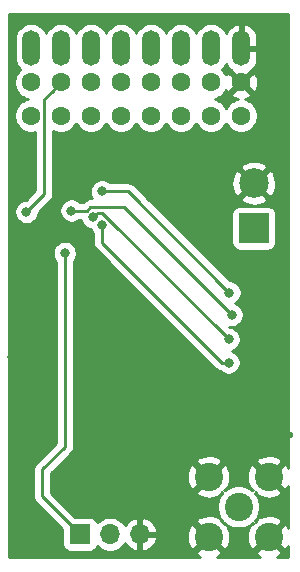
<source format=gbr>
G04 #@! TF.GenerationSoftware,KiCad,Pcbnew,(5.1.9-0-10_14)*
G04 #@! TF.CreationDate,2021-04-20T22:11:40+01:00*
G04 #@! TF.ProjectId,TinyTX4-sma,54696e79-5458-4342-9d73-6d612e6b6963,rev?*
G04 #@! TF.SameCoordinates,Original*
G04 #@! TF.FileFunction,Copper,L2,Bot*
G04 #@! TF.FilePolarity,Positive*
%FSLAX46Y46*%
G04 Gerber Fmt 4.6, Leading zero omitted, Abs format (unit mm)*
G04 Created by KiCad (PCBNEW (5.1.9-0-10_14)) date 2021-04-20 22:11:40*
%MOMM*%
%LPD*%
G01*
G04 APERTURE LIST*
G04 #@! TA.AperFunction,ComponentPad*
%ADD10C,2.400000*%
G04 #@! TD*
G04 #@! TA.AperFunction,ComponentPad*
%ADD11O,1.700000X1.700000*%
G04 #@! TD*
G04 #@! TA.AperFunction,ComponentPad*
%ADD12R,1.700000X1.700000*%
G04 #@! TD*
G04 #@! TA.AperFunction,ComponentPad*
%ADD13R,2.499360X2.499360*%
G04 #@! TD*
G04 #@! TA.AperFunction,ComponentPad*
%ADD14C,2.499360*%
G04 #@! TD*
G04 #@! TA.AperFunction,ComponentPad*
%ADD15C,1.600000*%
G04 #@! TD*
G04 #@! TA.AperFunction,ComponentPad*
%ADD16O,1.500000X3.000000*%
G04 #@! TD*
G04 #@! TA.AperFunction,ViaPad*
%ADD17C,0.800000*%
G04 #@! TD*
G04 #@! TA.AperFunction,ViaPad*
%ADD18C,0.600000*%
G04 #@! TD*
G04 #@! TA.AperFunction,Conductor*
%ADD19C,0.250000*%
G04 #@! TD*
G04 #@! TA.AperFunction,Conductor*
%ADD20C,0.254000*%
G04 #@! TD*
G04 #@! TA.AperFunction,Conductor*
%ADD21C,0.100000*%
G04 #@! TD*
G04 APERTURE END LIST*
D10*
X36545520Y-58643520D03*
X31465520Y-58643520D03*
X36545520Y-53563520D03*
X31465520Y-53563520D03*
X34005520Y-56103520D03*
D11*
X25654000Y-58420000D03*
X23114000Y-58420000D03*
D12*
X20574000Y-58420000D03*
D13*
X35285680Y-32517080D03*
D14*
X35285680Y-28707080D03*
D15*
X16440320Y-22977120D03*
X18980320Y-22977120D03*
X21520320Y-22977120D03*
X24060320Y-22977120D03*
X26600320Y-22977120D03*
X29140320Y-22977120D03*
X31680320Y-22977120D03*
X34220320Y-22977120D03*
X16440320Y-20170400D03*
X18980320Y-20170400D03*
X21520320Y-20170400D03*
X24060320Y-20170400D03*
X26600320Y-20170400D03*
X29140320Y-20170400D03*
X31680320Y-20170400D03*
X34220320Y-20170400D03*
D16*
X16443960Y-17292320D03*
X18983960Y-17292320D03*
X21523960Y-17292320D03*
X24063960Y-17292320D03*
X26603960Y-17292320D03*
X29143960Y-17292320D03*
X31683960Y-17292320D03*
X34223960Y-17292320D03*
D17*
X33157160Y-43891200D03*
X22448495Y-32231735D03*
X33157160Y-41915080D03*
X21678434Y-31593749D03*
X19847560Y-31028640D03*
X33414665Y-39843781D03*
X33223200Y-37957760D03*
X22445869Y-29394515D03*
X20680680Y-29662120D03*
X28427680Y-30246320D03*
X21569680Y-35961320D03*
X21437600Y-44836080D03*
X26370280Y-40365680D03*
X28869640Y-45430440D03*
X36413440Y-17332960D03*
X15494000Y-56388000D03*
X14859000Y-43434000D03*
X21590000Y-25400000D03*
X16383000Y-25273000D03*
X37084000Y-25400000D03*
X26797000Y-53848000D03*
X37846000Y-47498000D03*
X33210500Y-51498500D03*
X22098000Y-53848000D03*
X15494000Y-59182000D03*
X14986000Y-14986000D03*
X22860000Y-14986000D03*
D18*
X38354000Y-50038000D03*
D17*
X18288000Y-30480000D03*
X19288760Y-34630360D03*
X16047720Y-31125160D03*
D19*
X33157160Y-43891200D02*
X32591475Y-43891200D01*
X32591475Y-43891200D02*
X22448495Y-33748220D01*
X22448495Y-33748220D02*
X22448495Y-32797420D01*
X22448495Y-32797420D02*
X22448495Y-32231735D01*
X22078433Y-31193750D02*
X21678434Y-31593749D01*
X33157160Y-41915080D02*
X22435830Y-31193750D01*
X22435830Y-31193750D02*
X22078433Y-31193750D01*
X24314627Y-30743743D02*
X33414665Y-39843781D01*
X21170541Y-31028640D02*
X21455442Y-30743740D01*
X19847560Y-31028640D02*
X21170541Y-31028640D01*
X21455442Y-30743740D02*
X24314627Y-30743743D01*
X33223200Y-37957760D02*
X24659955Y-29394515D01*
X24659955Y-29394515D02*
X22445869Y-29394515D01*
X17373600Y-52939760D02*
X17373600Y-55219600D01*
X17373600Y-55219600D02*
X20574000Y-58420000D01*
X19288760Y-51024600D02*
X17373600Y-52939760D01*
X19288760Y-34630360D02*
X19288760Y-51024600D01*
X18180321Y-20970399D02*
X18980320Y-20170400D01*
X17565321Y-21585399D02*
X18180321Y-20970399D01*
X17565321Y-29617719D02*
X17565321Y-21585399D01*
X16032480Y-31150560D02*
X17565321Y-29617719D01*
D20*
X38221001Y-52795779D02*
X38108356Y-52585034D01*
X37823500Y-52465146D01*
X36725125Y-53563520D01*
X37823500Y-54661894D01*
X38108356Y-54542006D01*
X38221001Y-54315337D01*
X38221001Y-57875779D01*
X38108356Y-57665034D01*
X37823500Y-57545146D01*
X36725125Y-58643520D01*
X37823500Y-59741894D01*
X38108356Y-59622006D01*
X38221001Y-59395337D01*
X38221001Y-60340000D01*
X37257805Y-60340000D01*
X37301353Y-60325366D01*
X37524006Y-60206356D01*
X37643894Y-59921500D01*
X36545520Y-58823125D01*
X35447146Y-59921500D01*
X35567034Y-60206356D01*
X35835959Y-60340000D01*
X32177805Y-60340000D01*
X32221353Y-60325366D01*
X32444006Y-60206356D01*
X32563894Y-59921500D01*
X31465520Y-58823125D01*
X30367146Y-59921500D01*
X30487034Y-60206356D01*
X30755959Y-60340000D01*
X14541000Y-60340000D01*
X14541000Y-52939760D01*
X16609924Y-52939760D01*
X16613600Y-52977083D01*
X16613601Y-55182268D01*
X16609924Y-55219600D01*
X16624598Y-55368585D01*
X16668054Y-55511846D01*
X16738626Y-55643876D01*
X16809801Y-55730602D01*
X16833600Y-55759601D01*
X16862598Y-55783399D01*
X19085928Y-58006730D01*
X19085928Y-59270000D01*
X19098188Y-59394482D01*
X19134498Y-59514180D01*
X19193463Y-59624494D01*
X19272815Y-59721185D01*
X19369506Y-59800537D01*
X19479820Y-59859502D01*
X19599518Y-59895812D01*
X19724000Y-59908072D01*
X21424000Y-59908072D01*
X21548482Y-59895812D01*
X21668180Y-59859502D01*
X21778494Y-59800537D01*
X21875185Y-59721185D01*
X21954537Y-59624494D01*
X22013502Y-59514180D01*
X22035513Y-59441620D01*
X22167368Y-59573475D01*
X22410589Y-59735990D01*
X22680842Y-59847932D01*
X22967740Y-59905000D01*
X23260260Y-59905000D01*
X23547158Y-59847932D01*
X23817411Y-59735990D01*
X24060632Y-59573475D01*
X24267475Y-59366632D01*
X24389195Y-59184466D01*
X24458822Y-59301355D01*
X24653731Y-59517588D01*
X24887080Y-59691641D01*
X25149901Y-59816825D01*
X25297110Y-59861476D01*
X25527000Y-59740155D01*
X25527000Y-58547000D01*
X25781000Y-58547000D01*
X25781000Y-59740155D01*
X26010890Y-59861476D01*
X26158099Y-59816825D01*
X26420920Y-59691641D01*
X26654269Y-59517588D01*
X26849178Y-59301355D01*
X26998157Y-59051252D01*
X27095481Y-58776891D01*
X27054180Y-58698204D01*
X29622453Y-58698204D01*
X29668535Y-59056718D01*
X29783674Y-59399353D01*
X29902684Y-59622006D01*
X30187540Y-59741894D01*
X31285915Y-58643520D01*
X30187540Y-57545146D01*
X29902684Y-57665034D01*
X29741821Y-57988730D01*
X29647198Y-58337589D01*
X29622453Y-58698204D01*
X27054180Y-58698204D01*
X26974814Y-58547000D01*
X25781000Y-58547000D01*
X25527000Y-58547000D01*
X25507000Y-58547000D01*
X25507000Y-58293000D01*
X25527000Y-58293000D01*
X25527000Y-57099845D01*
X25781000Y-57099845D01*
X25781000Y-58293000D01*
X26974814Y-58293000D01*
X27095481Y-58063109D01*
X26998157Y-57788748D01*
X26849178Y-57538645D01*
X26654269Y-57322412D01*
X26420920Y-57148359D01*
X26158099Y-57023175D01*
X26010890Y-56978524D01*
X25781000Y-57099845D01*
X25527000Y-57099845D01*
X25297110Y-56978524D01*
X25149901Y-57023175D01*
X24887080Y-57148359D01*
X24653731Y-57322412D01*
X24458822Y-57538645D01*
X24389195Y-57655534D01*
X24267475Y-57473368D01*
X24060632Y-57266525D01*
X23817411Y-57104010D01*
X23547158Y-56992068D01*
X23260260Y-56935000D01*
X22967740Y-56935000D01*
X22680842Y-56992068D01*
X22410589Y-57104010D01*
X22167368Y-57266525D01*
X22035513Y-57398380D01*
X22013502Y-57325820D01*
X21954537Y-57215506D01*
X21875185Y-57118815D01*
X21778494Y-57039463D01*
X21668180Y-56980498D01*
X21548482Y-56944188D01*
X21424000Y-56931928D01*
X20160730Y-56931928D01*
X18133600Y-54904799D01*
X18133600Y-54841500D01*
X30367146Y-54841500D01*
X30487034Y-55126356D01*
X30810730Y-55287219D01*
X31159589Y-55381842D01*
X31520204Y-55406587D01*
X31878718Y-55360505D01*
X32221353Y-55245366D01*
X32444006Y-55126356D01*
X32563893Y-54841501D01*
X32618175Y-54895783D01*
X32580182Y-54933776D01*
X32379364Y-55234321D01*
X32241038Y-55568270D01*
X32170520Y-55922788D01*
X32170520Y-56284252D01*
X32241038Y-56638770D01*
X32379364Y-56972719D01*
X32580182Y-57273264D01*
X32618175Y-57311257D01*
X32563893Y-57365539D01*
X32444006Y-57080684D01*
X32120310Y-56919821D01*
X31771451Y-56825198D01*
X31410836Y-56800453D01*
X31052322Y-56846535D01*
X30709687Y-56961674D01*
X30487034Y-57080684D01*
X30367146Y-57365540D01*
X31465520Y-58463915D01*
X31479662Y-58449772D01*
X31659268Y-58629378D01*
X31645125Y-58643520D01*
X32743500Y-59741894D01*
X33028356Y-59622006D01*
X33189219Y-59298310D01*
X33283842Y-58949451D01*
X33308587Y-58588836D01*
X33262505Y-58230322D01*
X33147366Y-57887687D01*
X33028356Y-57665034D01*
X32743501Y-57545147D01*
X32797783Y-57490865D01*
X32835776Y-57528858D01*
X33136321Y-57729676D01*
X33470270Y-57868002D01*
X33824788Y-57938520D01*
X34186252Y-57938520D01*
X34540770Y-57868002D01*
X34874719Y-57729676D01*
X35175264Y-57528858D01*
X35213257Y-57490865D01*
X35267539Y-57545147D01*
X34982684Y-57665034D01*
X34821821Y-57988730D01*
X34727198Y-58337589D01*
X34702453Y-58698204D01*
X34748535Y-59056718D01*
X34863674Y-59399353D01*
X34982684Y-59622006D01*
X35267540Y-59741894D01*
X36365915Y-58643520D01*
X36351772Y-58629378D01*
X36531378Y-58449772D01*
X36545520Y-58463915D01*
X37643894Y-57365540D01*
X37524006Y-57080684D01*
X37200310Y-56919821D01*
X36851451Y-56825198D01*
X36490836Y-56800453D01*
X36132322Y-56846535D01*
X35789687Y-56961674D01*
X35567034Y-57080684D01*
X35447147Y-57365539D01*
X35392865Y-57311257D01*
X35430858Y-57273264D01*
X35631676Y-56972719D01*
X35770002Y-56638770D01*
X35840520Y-56284252D01*
X35840520Y-55922788D01*
X35770002Y-55568270D01*
X35631676Y-55234321D01*
X35430858Y-54933776D01*
X35392865Y-54895783D01*
X35447147Y-54841501D01*
X35567034Y-55126356D01*
X35890730Y-55287219D01*
X36239589Y-55381842D01*
X36600204Y-55406587D01*
X36958718Y-55360505D01*
X37301353Y-55245366D01*
X37524006Y-55126356D01*
X37643894Y-54841500D01*
X36545520Y-53743125D01*
X36531378Y-53757268D01*
X36351772Y-53577662D01*
X36365915Y-53563520D01*
X35267540Y-52465146D01*
X34982684Y-52585034D01*
X34821821Y-52908730D01*
X34727198Y-53257589D01*
X34702453Y-53618204D01*
X34748535Y-53976718D01*
X34863674Y-54319353D01*
X34982684Y-54542006D01*
X35267539Y-54661893D01*
X35213257Y-54716175D01*
X35175264Y-54678182D01*
X34874719Y-54477364D01*
X34540770Y-54339038D01*
X34186252Y-54268520D01*
X33824788Y-54268520D01*
X33470270Y-54339038D01*
X33136321Y-54477364D01*
X32835776Y-54678182D01*
X32797783Y-54716175D01*
X32743501Y-54661893D01*
X33028356Y-54542006D01*
X33189219Y-54218310D01*
X33283842Y-53869451D01*
X33308587Y-53508836D01*
X33262505Y-53150322D01*
X33147366Y-52807687D01*
X33028356Y-52585034D01*
X32743500Y-52465146D01*
X31645125Y-53563520D01*
X31659268Y-53577662D01*
X31479662Y-53757268D01*
X31465520Y-53743125D01*
X30367146Y-54841500D01*
X18133600Y-54841500D01*
X18133600Y-53618204D01*
X29622453Y-53618204D01*
X29668535Y-53976718D01*
X29783674Y-54319353D01*
X29902684Y-54542006D01*
X30187540Y-54661894D01*
X31285915Y-53563520D01*
X30187540Y-52465146D01*
X29902684Y-52585034D01*
X29741821Y-52908730D01*
X29647198Y-53257589D01*
X29622453Y-53618204D01*
X18133600Y-53618204D01*
X18133600Y-53254561D01*
X19102621Y-52285540D01*
X30367146Y-52285540D01*
X31465520Y-53383915D01*
X32563894Y-52285540D01*
X35447146Y-52285540D01*
X36545520Y-53383915D01*
X37643894Y-52285540D01*
X37524006Y-52000684D01*
X37200310Y-51839821D01*
X36851451Y-51745198D01*
X36490836Y-51720453D01*
X36132322Y-51766535D01*
X35789687Y-51881674D01*
X35567034Y-52000684D01*
X35447146Y-52285540D01*
X32563894Y-52285540D01*
X32444006Y-52000684D01*
X32120310Y-51839821D01*
X31771451Y-51745198D01*
X31410836Y-51720453D01*
X31052322Y-51766535D01*
X30709687Y-51881674D01*
X30487034Y-52000684D01*
X30367146Y-52285540D01*
X19102621Y-52285540D01*
X19799763Y-51588399D01*
X19828761Y-51564601D01*
X19923734Y-51448876D01*
X19994306Y-51316847D01*
X20037763Y-51173586D01*
X20048760Y-51061933D01*
X20048760Y-51061924D01*
X20052436Y-51024601D01*
X20048760Y-50987278D01*
X20048760Y-35334071D01*
X20092697Y-35290134D01*
X20205965Y-35120616D01*
X20283986Y-34932258D01*
X20323760Y-34732299D01*
X20323760Y-34528421D01*
X20283986Y-34328462D01*
X20205965Y-34140104D01*
X20092697Y-33970586D01*
X19948534Y-33826423D01*
X19779016Y-33713155D01*
X19590658Y-33635134D01*
X19390699Y-33595360D01*
X19186821Y-33595360D01*
X18986862Y-33635134D01*
X18798504Y-33713155D01*
X18628986Y-33826423D01*
X18484823Y-33970586D01*
X18371555Y-34140104D01*
X18293534Y-34328462D01*
X18253760Y-34528421D01*
X18253760Y-34732299D01*
X18293534Y-34932258D01*
X18371555Y-35120616D01*
X18484823Y-35290134D01*
X18528760Y-35334071D01*
X18528761Y-50709797D01*
X16862603Y-52375956D01*
X16833599Y-52399759D01*
X16779938Y-52465146D01*
X16738626Y-52515484D01*
X16668055Y-52647513D01*
X16668054Y-52647514D01*
X16624597Y-52790775D01*
X16613600Y-52902428D01*
X16613600Y-52902438D01*
X16609924Y-52939760D01*
X14541000Y-52939760D01*
X14541000Y-20029065D01*
X15005320Y-20029065D01*
X15005320Y-20311735D01*
X15060467Y-20588974D01*
X15168640Y-20850127D01*
X15325683Y-21085159D01*
X15525561Y-21285037D01*
X15760593Y-21442080D01*
X16021746Y-21550253D01*
X16139922Y-21573760D01*
X16021746Y-21597267D01*
X15760593Y-21705440D01*
X15525561Y-21862483D01*
X15325683Y-22062361D01*
X15168640Y-22297393D01*
X15060467Y-22558546D01*
X15005320Y-22835785D01*
X15005320Y-23118455D01*
X15060467Y-23395694D01*
X15168640Y-23656847D01*
X15325683Y-23891879D01*
X15525561Y-24091757D01*
X15760593Y-24248800D01*
X16021746Y-24356973D01*
X16298985Y-24412120D01*
X16581655Y-24412120D01*
X16805322Y-24367629D01*
X16805321Y-29302917D01*
X16018079Y-30090160D01*
X15945781Y-30090160D01*
X15745822Y-30129934D01*
X15557464Y-30207955D01*
X15387946Y-30321223D01*
X15243783Y-30465386D01*
X15130515Y-30634904D01*
X15052494Y-30823262D01*
X15012720Y-31023221D01*
X15012720Y-31227099D01*
X15052494Y-31427058D01*
X15130515Y-31615416D01*
X15243783Y-31784934D01*
X15387946Y-31929097D01*
X15557464Y-32042365D01*
X15745822Y-32120386D01*
X15945781Y-32160160D01*
X16149659Y-32160160D01*
X16349618Y-32120386D01*
X16537976Y-32042365D01*
X16707494Y-31929097D01*
X16851657Y-31784934D01*
X16964925Y-31615416D01*
X17042946Y-31427058D01*
X17082720Y-31227099D01*
X17082720Y-31175121D01*
X17331140Y-30926701D01*
X18812560Y-30926701D01*
X18812560Y-31130579D01*
X18852334Y-31330538D01*
X18930355Y-31518896D01*
X19043623Y-31688414D01*
X19187786Y-31832577D01*
X19357304Y-31945845D01*
X19545662Y-32023866D01*
X19745621Y-32063640D01*
X19949499Y-32063640D01*
X20149458Y-32023866D01*
X20337816Y-31945845D01*
X20507334Y-31832577D01*
X20551271Y-31788640D01*
X20661923Y-31788640D01*
X20683208Y-31895647D01*
X20761229Y-32084005D01*
X20874497Y-32253523D01*
X21018660Y-32397686D01*
X21188178Y-32510954D01*
X21376536Y-32588975D01*
X21485141Y-32610578D01*
X21531290Y-32721991D01*
X21644558Y-32891509D01*
X21688496Y-32935447D01*
X21688495Y-33710897D01*
X21684819Y-33748220D01*
X21688495Y-33785542D01*
X21688495Y-33785552D01*
X21699492Y-33897205D01*
X21733993Y-34010940D01*
X21742949Y-34040466D01*
X21813521Y-34172496D01*
X21853366Y-34221046D01*
X21908494Y-34288221D01*
X21937498Y-34312024D01*
X32027676Y-44402203D01*
X32051474Y-44431201D01*
X32080472Y-44454999D01*
X32167198Y-44526174D01*
X32299228Y-44596746D01*
X32442436Y-44640187D01*
X32497386Y-44695137D01*
X32666904Y-44808405D01*
X32855262Y-44886426D01*
X33055221Y-44926200D01*
X33259099Y-44926200D01*
X33459058Y-44886426D01*
X33647416Y-44808405D01*
X33816934Y-44695137D01*
X33961097Y-44550974D01*
X34074365Y-44381456D01*
X34152386Y-44193098D01*
X34192160Y-43993139D01*
X34192160Y-43789261D01*
X34152386Y-43589302D01*
X34074365Y-43400944D01*
X33961097Y-43231426D01*
X33816934Y-43087263D01*
X33647416Y-42973995D01*
X33476358Y-42903140D01*
X33647416Y-42832285D01*
X33816934Y-42719017D01*
X33961097Y-42574854D01*
X34074365Y-42405336D01*
X34152386Y-42216978D01*
X34192160Y-42017019D01*
X34192160Y-41813141D01*
X34152386Y-41613182D01*
X34074365Y-41424824D01*
X33961097Y-41255306D01*
X33816934Y-41111143D01*
X33647416Y-40997875D01*
X33459058Y-40919854D01*
X33259099Y-40880080D01*
X33196962Y-40880080D01*
X33166596Y-40849714D01*
X33312726Y-40878781D01*
X33516604Y-40878781D01*
X33716563Y-40839007D01*
X33904921Y-40760986D01*
X34074439Y-40647718D01*
X34218602Y-40503555D01*
X34331870Y-40334037D01*
X34409891Y-40145679D01*
X34449665Y-39945720D01*
X34449665Y-39741842D01*
X34409891Y-39541883D01*
X34331870Y-39353525D01*
X34218602Y-39184007D01*
X34074439Y-39039844D01*
X33904921Y-38926576D01*
X33739045Y-38857867D01*
X33882974Y-38761697D01*
X34027137Y-38617534D01*
X34140405Y-38448016D01*
X34218426Y-38259658D01*
X34258200Y-38059699D01*
X34258200Y-37855821D01*
X34218426Y-37655862D01*
X34140405Y-37467504D01*
X34027137Y-37297986D01*
X33882974Y-37153823D01*
X33713456Y-37040555D01*
X33525098Y-36962534D01*
X33325139Y-36922760D01*
X33263002Y-36922760D01*
X27607642Y-31267400D01*
X33397928Y-31267400D01*
X33397928Y-33766760D01*
X33410188Y-33891242D01*
X33446498Y-34010940D01*
X33505463Y-34121254D01*
X33584815Y-34217945D01*
X33681506Y-34297297D01*
X33791820Y-34356262D01*
X33911518Y-34392572D01*
X34036000Y-34404832D01*
X36535360Y-34404832D01*
X36659842Y-34392572D01*
X36779540Y-34356262D01*
X36889854Y-34297297D01*
X36986545Y-34217945D01*
X37065897Y-34121254D01*
X37124862Y-34010940D01*
X37161172Y-33891242D01*
X37173432Y-33766760D01*
X37173432Y-31267400D01*
X37161172Y-31142918D01*
X37124862Y-31023220D01*
X37065897Y-30912906D01*
X36986545Y-30816215D01*
X36889854Y-30736863D01*
X36779540Y-30677898D01*
X36659842Y-30641588D01*
X36535360Y-30629328D01*
X34036000Y-30629328D01*
X33911518Y-30641588D01*
X33791820Y-30677898D01*
X33681506Y-30736863D01*
X33584815Y-30816215D01*
X33505463Y-30912906D01*
X33446498Y-31023220D01*
X33410188Y-31142918D01*
X33397928Y-31267400D01*
X27607642Y-31267400D01*
X26360699Y-30020457D01*
X34151909Y-30020457D01*
X34277784Y-30310395D01*
X34609942Y-30476219D01*
X34968067Y-30574055D01*
X35338399Y-30600145D01*
X35706705Y-30553485D01*
X36058831Y-30435869D01*
X36293576Y-30310395D01*
X36419451Y-30020457D01*
X35285680Y-28886685D01*
X34151909Y-30020457D01*
X26360699Y-30020457D01*
X25223759Y-28883518D01*
X25199956Y-28854514D01*
X25084546Y-28759799D01*
X33392615Y-28759799D01*
X33439275Y-29128105D01*
X33556891Y-29480231D01*
X33682365Y-29714976D01*
X33972303Y-29840851D01*
X35106075Y-28707080D01*
X35465285Y-28707080D01*
X36599057Y-29840851D01*
X36888995Y-29714976D01*
X37054819Y-29382818D01*
X37152655Y-29024693D01*
X37178745Y-28654361D01*
X37132085Y-28286055D01*
X37014469Y-27933929D01*
X36888995Y-27699184D01*
X36599057Y-27573309D01*
X35465285Y-28707080D01*
X35106075Y-28707080D01*
X33972303Y-27573309D01*
X33682365Y-27699184D01*
X33516541Y-28031342D01*
X33418705Y-28389467D01*
X33392615Y-28759799D01*
X25084546Y-28759799D01*
X25084231Y-28759541D01*
X24952202Y-28688969D01*
X24808941Y-28645512D01*
X24697288Y-28634515D01*
X24697277Y-28634515D01*
X24659955Y-28630839D01*
X24622633Y-28634515D01*
X23149580Y-28634515D01*
X23105643Y-28590578D01*
X22936125Y-28477310D01*
X22747767Y-28399289D01*
X22547808Y-28359515D01*
X22343930Y-28359515D01*
X22143971Y-28399289D01*
X21955613Y-28477310D01*
X21786095Y-28590578D01*
X21641932Y-28734741D01*
X21528664Y-28904259D01*
X21450643Y-29092617D01*
X21410869Y-29292576D01*
X21410869Y-29496454D01*
X21450643Y-29696413D01*
X21528664Y-29884771D01*
X21594793Y-29983740D01*
X21492767Y-29983740D01*
X21455443Y-29980064D01*
X21418118Y-29983740D01*
X21418110Y-29983740D01*
X21306457Y-29994737D01*
X21163196Y-30038194D01*
X21065976Y-30090160D01*
X21031167Y-30108766D01*
X20988822Y-30143518D01*
X20915442Y-30203739D01*
X20891645Y-30232736D01*
X20855741Y-30268640D01*
X20551271Y-30268640D01*
X20507334Y-30224703D01*
X20337816Y-30111435D01*
X20149458Y-30033414D01*
X19949499Y-29993640D01*
X19745621Y-29993640D01*
X19545662Y-30033414D01*
X19357304Y-30111435D01*
X19187786Y-30224703D01*
X19043623Y-30368866D01*
X18930355Y-30538384D01*
X18852334Y-30726742D01*
X18812560Y-30926701D01*
X17331140Y-30926701D01*
X18076325Y-30181517D01*
X18105322Y-30157720D01*
X18200295Y-30041995D01*
X18270867Y-29909966D01*
X18314324Y-29766705D01*
X18325321Y-29655052D01*
X18325321Y-29655051D01*
X18328998Y-29617719D01*
X18325321Y-29580386D01*
X18325321Y-27393703D01*
X34151909Y-27393703D01*
X35285680Y-28527475D01*
X36419451Y-27393703D01*
X36293576Y-27103765D01*
X35961418Y-26937941D01*
X35603293Y-26840105D01*
X35232961Y-26814015D01*
X34864655Y-26860675D01*
X34512529Y-26978291D01*
X34277784Y-27103765D01*
X34151909Y-27393703D01*
X18325321Y-27393703D01*
X18325321Y-24259043D01*
X18561746Y-24356973D01*
X18838985Y-24412120D01*
X19121655Y-24412120D01*
X19398894Y-24356973D01*
X19660047Y-24248800D01*
X19895079Y-24091757D01*
X20094957Y-23891879D01*
X20250320Y-23659361D01*
X20405683Y-23891879D01*
X20605561Y-24091757D01*
X20840593Y-24248800D01*
X21101746Y-24356973D01*
X21378985Y-24412120D01*
X21661655Y-24412120D01*
X21938894Y-24356973D01*
X22200047Y-24248800D01*
X22435079Y-24091757D01*
X22634957Y-23891879D01*
X22790320Y-23659361D01*
X22945683Y-23891879D01*
X23145561Y-24091757D01*
X23380593Y-24248800D01*
X23641746Y-24356973D01*
X23918985Y-24412120D01*
X24201655Y-24412120D01*
X24478894Y-24356973D01*
X24740047Y-24248800D01*
X24975079Y-24091757D01*
X25174957Y-23891879D01*
X25330320Y-23659361D01*
X25485683Y-23891879D01*
X25685561Y-24091757D01*
X25920593Y-24248800D01*
X26181746Y-24356973D01*
X26458985Y-24412120D01*
X26741655Y-24412120D01*
X27018894Y-24356973D01*
X27280047Y-24248800D01*
X27515079Y-24091757D01*
X27714957Y-23891879D01*
X27870320Y-23659361D01*
X28025683Y-23891879D01*
X28225561Y-24091757D01*
X28460593Y-24248800D01*
X28721746Y-24356973D01*
X28998985Y-24412120D01*
X29281655Y-24412120D01*
X29558894Y-24356973D01*
X29820047Y-24248800D01*
X30055079Y-24091757D01*
X30254957Y-23891879D01*
X30410320Y-23659361D01*
X30565683Y-23891879D01*
X30765561Y-24091757D01*
X31000593Y-24248800D01*
X31261746Y-24356973D01*
X31538985Y-24412120D01*
X31821655Y-24412120D01*
X32098894Y-24356973D01*
X32360047Y-24248800D01*
X32595079Y-24091757D01*
X32794957Y-23891879D01*
X32950320Y-23659361D01*
X33105683Y-23891879D01*
X33305561Y-24091757D01*
X33540593Y-24248800D01*
X33801746Y-24356973D01*
X34078985Y-24412120D01*
X34361655Y-24412120D01*
X34638894Y-24356973D01*
X34900047Y-24248800D01*
X35135079Y-24091757D01*
X35334957Y-23891879D01*
X35492000Y-23656847D01*
X35600173Y-23395694D01*
X35655320Y-23118455D01*
X35655320Y-22835785D01*
X35600173Y-22558546D01*
X35492000Y-22297393D01*
X35334957Y-22062361D01*
X35135079Y-21862483D01*
X34900047Y-21705440D01*
X34638894Y-21597267D01*
X34528773Y-21575362D01*
X34570450Y-21569187D01*
X34836612Y-21474003D01*
X34961834Y-21407071D01*
X35033417Y-21163102D01*
X34220320Y-20350005D01*
X33407223Y-21163102D01*
X33478806Y-21407071D01*
X33734316Y-21527971D01*
X33918286Y-21574086D01*
X33801746Y-21597267D01*
X33540593Y-21705440D01*
X33305561Y-21862483D01*
X33105683Y-22062361D01*
X32950320Y-22294879D01*
X32794957Y-22062361D01*
X32595079Y-21862483D01*
X32360047Y-21705440D01*
X32098894Y-21597267D01*
X31980718Y-21573760D01*
X32098894Y-21550253D01*
X32360047Y-21442080D01*
X32595079Y-21285037D01*
X32794957Y-21085159D01*
X32951235Y-20851272D01*
X32983649Y-20911914D01*
X33227618Y-20983497D01*
X34040715Y-20170400D01*
X34399925Y-20170400D01*
X35213022Y-20983497D01*
X35456991Y-20911914D01*
X35577891Y-20656404D01*
X35646620Y-20382216D01*
X35660537Y-20099888D01*
X35619107Y-19820270D01*
X35523923Y-19554108D01*
X35456991Y-19428886D01*
X35213022Y-19357303D01*
X34399925Y-20170400D01*
X34040715Y-20170400D01*
X33227618Y-19357303D01*
X32983649Y-19428886D01*
X32953126Y-19493392D01*
X32952000Y-19490673D01*
X32794957Y-19255641D01*
X32611840Y-19072524D01*
X32668040Y-19026401D01*
X32841117Y-18815508D01*
X32956446Y-18599742D01*
X32992988Y-18689669D01*
X33142932Y-18917381D01*
X33334420Y-19111465D01*
X33411353Y-19163623D01*
X33407223Y-19177698D01*
X34220320Y-19990795D01*
X35033417Y-19177698D01*
X35030495Y-19167739D01*
X35113500Y-19111465D01*
X35304988Y-18917381D01*
X35454932Y-18689669D01*
X35557571Y-18437080D01*
X35608960Y-18169320D01*
X35608960Y-17419320D01*
X34350960Y-17419320D01*
X34350960Y-17439320D01*
X34096960Y-17439320D01*
X34096960Y-17419320D01*
X34076960Y-17419320D01*
X34076960Y-17165320D01*
X34096960Y-17165320D01*
X34096960Y-15322664D01*
X34350960Y-15322664D01*
X34350960Y-17165320D01*
X35608960Y-17165320D01*
X35608960Y-16415320D01*
X35557571Y-16147560D01*
X35454932Y-15894971D01*
X35304988Y-15667259D01*
X35113500Y-15473175D01*
X34887828Y-15320178D01*
X34636644Y-15214147D01*
X34565145Y-15200002D01*
X34350960Y-15322664D01*
X34096960Y-15322664D01*
X33882775Y-15200002D01*
X33811276Y-15214147D01*
X33560092Y-15320178D01*
X33334420Y-15473175D01*
X33142932Y-15667259D01*
X32992988Y-15894971D01*
X32956446Y-15984898D01*
X32841117Y-15769132D01*
X32668041Y-15558239D01*
X32457148Y-15385163D01*
X32216541Y-15256556D01*
X31955467Y-15177360D01*
X31683960Y-15150619D01*
X31412454Y-15177360D01*
X31151380Y-15256556D01*
X30910773Y-15385163D01*
X30699880Y-15558239D01*
X30526804Y-15769132D01*
X30413961Y-15980248D01*
X30301117Y-15769132D01*
X30128041Y-15558239D01*
X29917148Y-15385163D01*
X29676541Y-15256556D01*
X29415467Y-15177360D01*
X29143960Y-15150619D01*
X28872454Y-15177360D01*
X28611380Y-15256556D01*
X28370773Y-15385163D01*
X28159880Y-15558239D01*
X27986804Y-15769132D01*
X27873961Y-15980248D01*
X27761117Y-15769132D01*
X27588041Y-15558239D01*
X27377148Y-15385163D01*
X27136541Y-15256556D01*
X26875467Y-15177360D01*
X26603960Y-15150619D01*
X26332454Y-15177360D01*
X26071380Y-15256556D01*
X25830773Y-15385163D01*
X25619880Y-15558239D01*
X25446804Y-15769132D01*
X25333961Y-15980248D01*
X25221117Y-15769132D01*
X25048041Y-15558239D01*
X24837148Y-15385163D01*
X24596541Y-15256556D01*
X24335467Y-15177360D01*
X24063960Y-15150619D01*
X23792454Y-15177360D01*
X23531380Y-15256556D01*
X23290773Y-15385163D01*
X23079880Y-15558239D01*
X22906804Y-15769132D01*
X22793961Y-15980248D01*
X22681117Y-15769132D01*
X22508041Y-15558239D01*
X22297148Y-15385163D01*
X22056541Y-15256556D01*
X21795467Y-15177360D01*
X21523960Y-15150619D01*
X21252454Y-15177360D01*
X20991380Y-15256556D01*
X20750773Y-15385163D01*
X20539880Y-15558239D01*
X20366804Y-15769132D01*
X20253961Y-15980248D01*
X20141117Y-15769132D01*
X19968041Y-15558239D01*
X19757148Y-15385163D01*
X19516541Y-15256556D01*
X19255467Y-15177360D01*
X18983960Y-15150619D01*
X18712454Y-15177360D01*
X18451380Y-15256556D01*
X18210773Y-15385163D01*
X17999880Y-15558239D01*
X17826804Y-15769132D01*
X17713961Y-15980248D01*
X17601117Y-15769132D01*
X17428041Y-15558239D01*
X17217148Y-15385163D01*
X16976541Y-15256556D01*
X16715467Y-15177360D01*
X16443960Y-15150619D01*
X16172454Y-15177360D01*
X15911380Y-15256556D01*
X15670773Y-15385163D01*
X15459880Y-15558239D01*
X15286804Y-15769132D01*
X15158197Y-16009739D01*
X15079000Y-16270813D01*
X15058960Y-16474283D01*
X15058960Y-18110356D01*
X15079000Y-18313826D01*
X15158196Y-18574900D01*
X15286803Y-18815507D01*
X15459879Y-19026400D01*
X15512082Y-19069242D01*
X15325683Y-19255641D01*
X15168640Y-19490673D01*
X15060467Y-19751826D01*
X15005320Y-20029065D01*
X14541000Y-20029065D01*
X14541000Y-14419000D01*
X38221000Y-14419000D01*
X38221001Y-52795779D01*
G04 #@! TA.AperFunction,Conductor*
D21*
G36*
X38221001Y-52795779D02*
G01*
X38108356Y-52585034D01*
X37823500Y-52465146D01*
X36725125Y-53563520D01*
X37823500Y-54661894D01*
X38108356Y-54542006D01*
X38221001Y-54315337D01*
X38221001Y-57875779D01*
X38108356Y-57665034D01*
X37823500Y-57545146D01*
X36725125Y-58643520D01*
X37823500Y-59741894D01*
X38108356Y-59622006D01*
X38221001Y-59395337D01*
X38221001Y-60340000D01*
X37257805Y-60340000D01*
X37301353Y-60325366D01*
X37524006Y-60206356D01*
X37643894Y-59921500D01*
X36545520Y-58823125D01*
X35447146Y-59921500D01*
X35567034Y-60206356D01*
X35835959Y-60340000D01*
X32177805Y-60340000D01*
X32221353Y-60325366D01*
X32444006Y-60206356D01*
X32563894Y-59921500D01*
X31465520Y-58823125D01*
X30367146Y-59921500D01*
X30487034Y-60206356D01*
X30755959Y-60340000D01*
X14541000Y-60340000D01*
X14541000Y-52939760D01*
X16609924Y-52939760D01*
X16613600Y-52977083D01*
X16613601Y-55182268D01*
X16609924Y-55219600D01*
X16624598Y-55368585D01*
X16668054Y-55511846D01*
X16738626Y-55643876D01*
X16809801Y-55730602D01*
X16833600Y-55759601D01*
X16862598Y-55783399D01*
X19085928Y-58006730D01*
X19085928Y-59270000D01*
X19098188Y-59394482D01*
X19134498Y-59514180D01*
X19193463Y-59624494D01*
X19272815Y-59721185D01*
X19369506Y-59800537D01*
X19479820Y-59859502D01*
X19599518Y-59895812D01*
X19724000Y-59908072D01*
X21424000Y-59908072D01*
X21548482Y-59895812D01*
X21668180Y-59859502D01*
X21778494Y-59800537D01*
X21875185Y-59721185D01*
X21954537Y-59624494D01*
X22013502Y-59514180D01*
X22035513Y-59441620D01*
X22167368Y-59573475D01*
X22410589Y-59735990D01*
X22680842Y-59847932D01*
X22967740Y-59905000D01*
X23260260Y-59905000D01*
X23547158Y-59847932D01*
X23817411Y-59735990D01*
X24060632Y-59573475D01*
X24267475Y-59366632D01*
X24389195Y-59184466D01*
X24458822Y-59301355D01*
X24653731Y-59517588D01*
X24887080Y-59691641D01*
X25149901Y-59816825D01*
X25297110Y-59861476D01*
X25527000Y-59740155D01*
X25527000Y-58547000D01*
X25781000Y-58547000D01*
X25781000Y-59740155D01*
X26010890Y-59861476D01*
X26158099Y-59816825D01*
X26420920Y-59691641D01*
X26654269Y-59517588D01*
X26849178Y-59301355D01*
X26998157Y-59051252D01*
X27095481Y-58776891D01*
X27054180Y-58698204D01*
X29622453Y-58698204D01*
X29668535Y-59056718D01*
X29783674Y-59399353D01*
X29902684Y-59622006D01*
X30187540Y-59741894D01*
X31285915Y-58643520D01*
X30187540Y-57545146D01*
X29902684Y-57665034D01*
X29741821Y-57988730D01*
X29647198Y-58337589D01*
X29622453Y-58698204D01*
X27054180Y-58698204D01*
X26974814Y-58547000D01*
X25781000Y-58547000D01*
X25527000Y-58547000D01*
X25507000Y-58547000D01*
X25507000Y-58293000D01*
X25527000Y-58293000D01*
X25527000Y-57099845D01*
X25781000Y-57099845D01*
X25781000Y-58293000D01*
X26974814Y-58293000D01*
X27095481Y-58063109D01*
X26998157Y-57788748D01*
X26849178Y-57538645D01*
X26654269Y-57322412D01*
X26420920Y-57148359D01*
X26158099Y-57023175D01*
X26010890Y-56978524D01*
X25781000Y-57099845D01*
X25527000Y-57099845D01*
X25297110Y-56978524D01*
X25149901Y-57023175D01*
X24887080Y-57148359D01*
X24653731Y-57322412D01*
X24458822Y-57538645D01*
X24389195Y-57655534D01*
X24267475Y-57473368D01*
X24060632Y-57266525D01*
X23817411Y-57104010D01*
X23547158Y-56992068D01*
X23260260Y-56935000D01*
X22967740Y-56935000D01*
X22680842Y-56992068D01*
X22410589Y-57104010D01*
X22167368Y-57266525D01*
X22035513Y-57398380D01*
X22013502Y-57325820D01*
X21954537Y-57215506D01*
X21875185Y-57118815D01*
X21778494Y-57039463D01*
X21668180Y-56980498D01*
X21548482Y-56944188D01*
X21424000Y-56931928D01*
X20160730Y-56931928D01*
X18133600Y-54904799D01*
X18133600Y-54841500D01*
X30367146Y-54841500D01*
X30487034Y-55126356D01*
X30810730Y-55287219D01*
X31159589Y-55381842D01*
X31520204Y-55406587D01*
X31878718Y-55360505D01*
X32221353Y-55245366D01*
X32444006Y-55126356D01*
X32563893Y-54841501D01*
X32618175Y-54895783D01*
X32580182Y-54933776D01*
X32379364Y-55234321D01*
X32241038Y-55568270D01*
X32170520Y-55922788D01*
X32170520Y-56284252D01*
X32241038Y-56638770D01*
X32379364Y-56972719D01*
X32580182Y-57273264D01*
X32618175Y-57311257D01*
X32563893Y-57365539D01*
X32444006Y-57080684D01*
X32120310Y-56919821D01*
X31771451Y-56825198D01*
X31410836Y-56800453D01*
X31052322Y-56846535D01*
X30709687Y-56961674D01*
X30487034Y-57080684D01*
X30367146Y-57365540D01*
X31465520Y-58463915D01*
X31479662Y-58449772D01*
X31659268Y-58629378D01*
X31645125Y-58643520D01*
X32743500Y-59741894D01*
X33028356Y-59622006D01*
X33189219Y-59298310D01*
X33283842Y-58949451D01*
X33308587Y-58588836D01*
X33262505Y-58230322D01*
X33147366Y-57887687D01*
X33028356Y-57665034D01*
X32743501Y-57545147D01*
X32797783Y-57490865D01*
X32835776Y-57528858D01*
X33136321Y-57729676D01*
X33470270Y-57868002D01*
X33824788Y-57938520D01*
X34186252Y-57938520D01*
X34540770Y-57868002D01*
X34874719Y-57729676D01*
X35175264Y-57528858D01*
X35213257Y-57490865D01*
X35267539Y-57545147D01*
X34982684Y-57665034D01*
X34821821Y-57988730D01*
X34727198Y-58337589D01*
X34702453Y-58698204D01*
X34748535Y-59056718D01*
X34863674Y-59399353D01*
X34982684Y-59622006D01*
X35267540Y-59741894D01*
X36365915Y-58643520D01*
X36351772Y-58629378D01*
X36531378Y-58449772D01*
X36545520Y-58463915D01*
X37643894Y-57365540D01*
X37524006Y-57080684D01*
X37200310Y-56919821D01*
X36851451Y-56825198D01*
X36490836Y-56800453D01*
X36132322Y-56846535D01*
X35789687Y-56961674D01*
X35567034Y-57080684D01*
X35447147Y-57365539D01*
X35392865Y-57311257D01*
X35430858Y-57273264D01*
X35631676Y-56972719D01*
X35770002Y-56638770D01*
X35840520Y-56284252D01*
X35840520Y-55922788D01*
X35770002Y-55568270D01*
X35631676Y-55234321D01*
X35430858Y-54933776D01*
X35392865Y-54895783D01*
X35447147Y-54841501D01*
X35567034Y-55126356D01*
X35890730Y-55287219D01*
X36239589Y-55381842D01*
X36600204Y-55406587D01*
X36958718Y-55360505D01*
X37301353Y-55245366D01*
X37524006Y-55126356D01*
X37643894Y-54841500D01*
X36545520Y-53743125D01*
X36531378Y-53757268D01*
X36351772Y-53577662D01*
X36365915Y-53563520D01*
X35267540Y-52465146D01*
X34982684Y-52585034D01*
X34821821Y-52908730D01*
X34727198Y-53257589D01*
X34702453Y-53618204D01*
X34748535Y-53976718D01*
X34863674Y-54319353D01*
X34982684Y-54542006D01*
X35267539Y-54661893D01*
X35213257Y-54716175D01*
X35175264Y-54678182D01*
X34874719Y-54477364D01*
X34540770Y-54339038D01*
X34186252Y-54268520D01*
X33824788Y-54268520D01*
X33470270Y-54339038D01*
X33136321Y-54477364D01*
X32835776Y-54678182D01*
X32797783Y-54716175D01*
X32743501Y-54661893D01*
X33028356Y-54542006D01*
X33189219Y-54218310D01*
X33283842Y-53869451D01*
X33308587Y-53508836D01*
X33262505Y-53150322D01*
X33147366Y-52807687D01*
X33028356Y-52585034D01*
X32743500Y-52465146D01*
X31645125Y-53563520D01*
X31659268Y-53577662D01*
X31479662Y-53757268D01*
X31465520Y-53743125D01*
X30367146Y-54841500D01*
X18133600Y-54841500D01*
X18133600Y-53618204D01*
X29622453Y-53618204D01*
X29668535Y-53976718D01*
X29783674Y-54319353D01*
X29902684Y-54542006D01*
X30187540Y-54661894D01*
X31285915Y-53563520D01*
X30187540Y-52465146D01*
X29902684Y-52585034D01*
X29741821Y-52908730D01*
X29647198Y-53257589D01*
X29622453Y-53618204D01*
X18133600Y-53618204D01*
X18133600Y-53254561D01*
X19102621Y-52285540D01*
X30367146Y-52285540D01*
X31465520Y-53383915D01*
X32563894Y-52285540D01*
X35447146Y-52285540D01*
X36545520Y-53383915D01*
X37643894Y-52285540D01*
X37524006Y-52000684D01*
X37200310Y-51839821D01*
X36851451Y-51745198D01*
X36490836Y-51720453D01*
X36132322Y-51766535D01*
X35789687Y-51881674D01*
X35567034Y-52000684D01*
X35447146Y-52285540D01*
X32563894Y-52285540D01*
X32444006Y-52000684D01*
X32120310Y-51839821D01*
X31771451Y-51745198D01*
X31410836Y-51720453D01*
X31052322Y-51766535D01*
X30709687Y-51881674D01*
X30487034Y-52000684D01*
X30367146Y-52285540D01*
X19102621Y-52285540D01*
X19799763Y-51588399D01*
X19828761Y-51564601D01*
X19923734Y-51448876D01*
X19994306Y-51316847D01*
X20037763Y-51173586D01*
X20048760Y-51061933D01*
X20048760Y-51061924D01*
X20052436Y-51024601D01*
X20048760Y-50987278D01*
X20048760Y-35334071D01*
X20092697Y-35290134D01*
X20205965Y-35120616D01*
X20283986Y-34932258D01*
X20323760Y-34732299D01*
X20323760Y-34528421D01*
X20283986Y-34328462D01*
X20205965Y-34140104D01*
X20092697Y-33970586D01*
X19948534Y-33826423D01*
X19779016Y-33713155D01*
X19590658Y-33635134D01*
X19390699Y-33595360D01*
X19186821Y-33595360D01*
X18986862Y-33635134D01*
X18798504Y-33713155D01*
X18628986Y-33826423D01*
X18484823Y-33970586D01*
X18371555Y-34140104D01*
X18293534Y-34328462D01*
X18253760Y-34528421D01*
X18253760Y-34732299D01*
X18293534Y-34932258D01*
X18371555Y-35120616D01*
X18484823Y-35290134D01*
X18528760Y-35334071D01*
X18528761Y-50709797D01*
X16862603Y-52375956D01*
X16833599Y-52399759D01*
X16779938Y-52465146D01*
X16738626Y-52515484D01*
X16668055Y-52647513D01*
X16668054Y-52647514D01*
X16624597Y-52790775D01*
X16613600Y-52902428D01*
X16613600Y-52902438D01*
X16609924Y-52939760D01*
X14541000Y-52939760D01*
X14541000Y-20029065D01*
X15005320Y-20029065D01*
X15005320Y-20311735D01*
X15060467Y-20588974D01*
X15168640Y-20850127D01*
X15325683Y-21085159D01*
X15525561Y-21285037D01*
X15760593Y-21442080D01*
X16021746Y-21550253D01*
X16139922Y-21573760D01*
X16021746Y-21597267D01*
X15760593Y-21705440D01*
X15525561Y-21862483D01*
X15325683Y-22062361D01*
X15168640Y-22297393D01*
X15060467Y-22558546D01*
X15005320Y-22835785D01*
X15005320Y-23118455D01*
X15060467Y-23395694D01*
X15168640Y-23656847D01*
X15325683Y-23891879D01*
X15525561Y-24091757D01*
X15760593Y-24248800D01*
X16021746Y-24356973D01*
X16298985Y-24412120D01*
X16581655Y-24412120D01*
X16805322Y-24367629D01*
X16805321Y-29302917D01*
X16018079Y-30090160D01*
X15945781Y-30090160D01*
X15745822Y-30129934D01*
X15557464Y-30207955D01*
X15387946Y-30321223D01*
X15243783Y-30465386D01*
X15130515Y-30634904D01*
X15052494Y-30823262D01*
X15012720Y-31023221D01*
X15012720Y-31227099D01*
X15052494Y-31427058D01*
X15130515Y-31615416D01*
X15243783Y-31784934D01*
X15387946Y-31929097D01*
X15557464Y-32042365D01*
X15745822Y-32120386D01*
X15945781Y-32160160D01*
X16149659Y-32160160D01*
X16349618Y-32120386D01*
X16537976Y-32042365D01*
X16707494Y-31929097D01*
X16851657Y-31784934D01*
X16964925Y-31615416D01*
X17042946Y-31427058D01*
X17082720Y-31227099D01*
X17082720Y-31175121D01*
X17331140Y-30926701D01*
X18812560Y-30926701D01*
X18812560Y-31130579D01*
X18852334Y-31330538D01*
X18930355Y-31518896D01*
X19043623Y-31688414D01*
X19187786Y-31832577D01*
X19357304Y-31945845D01*
X19545662Y-32023866D01*
X19745621Y-32063640D01*
X19949499Y-32063640D01*
X20149458Y-32023866D01*
X20337816Y-31945845D01*
X20507334Y-31832577D01*
X20551271Y-31788640D01*
X20661923Y-31788640D01*
X20683208Y-31895647D01*
X20761229Y-32084005D01*
X20874497Y-32253523D01*
X21018660Y-32397686D01*
X21188178Y-32510954D01*
X21376536Y-32588975D01*
X21485141Y-32610578D01*
X21531290Y-32721991D01*
X21644558Y-32891509D01*
X21688496Y-32935447D01*
X21688495Y-33710897D01*
X21684819Y-33748220D01*
X21688495Y-33785542D01*
X21688495Y-33785552D01*
X21699492Y-33897205D01*
X21733993Y-34010940D01*
X21742949Y-34040466D01*
X21813521Y-34172496D01*
X21853366Y-34221046D01*
X21908494Y-34288221D01*
X21937498Y-34312024D01*
X32027676Y-44402203D01*
X32051474Y-44431201D01*
X32080472Y-44454999D01*
X32167198Y-44526174D01*
X32299228Y-44596746D01*
X32442436Y-44640187D01*
X32497386Y-44695137D01*
X32666904Y-44808405D01*
X32855262Y-44886426D01*
X33055221Y-44926200D01*
X33259099Y-44926200D01*
X33459058Y-44886426D01*
X33647416Y-44808405D01*
X33816934Y-44695137D01*
X33961097Y-44550974D01*
X34074365Y-44381456D01*
X34152386Y-44193098D01*
X34192160Y-43993139D01*
X34192160Y-43789261D01*
X34152386Y-43589302D01*
X34074365Y-43400944D01*
X33961097Y-43231426D01*
X33816934Y-43087263D01*
X33647416Y-42973995D01*
X33476358Y-42903140D01*
X33647416Y-42832285D01*
X33816934Y-42719017D01*
X33961097Y-42574854D01*
X34074365Y-42405336D01*
X34152386Y-42216978D01*
X34192160Y-42017019D01*
X34192160Y-41813141D01*
X34152386Y-41613182D01*
X34074365Y-41424824D01*
X33961097Y-41255306D01*
X33816934Y-41111143D01*
X33647416Y-40997875D01*
X33459058Y-40919854D01*
X33259099Y-40880080D01*
X33196962Y-40880080D01*
X33166596Y-40849714D01*
X33312726Y-40878781D01*
X33516604Y-40878781D01*
X33716563Y-40839007D01*
X33904921Y-40760986D01*
X34074439Y-40647718D01*
X34218602Y-40503555D01*
X34331870Y-40334037D01*
X34409891Y-40145679D01*
X34449665Y-39945720D01*
X34449665Y-39741842D01*
X34409891Y-39541883D01*
X34331870Y-39353525D01*
X34218602Y-39184007D01*
X34074439Y-39039844D01*
X33904921Y-38926576D01*
X33739045Y-38857867D01*
X33882974Y-38761697D01*
X34027137Y-38617534D01*
X34140405Y-38448016D01*
X34218426Y-38259658D01*
X34258200Y-38059699D01*
X34258200Y-37855821D01*
X34218426Y-37655862D01*
X34140405Y-37467504D01*
X34027137Y-37297986D01*
X33882974Y-37153823D01*
X33713456Y-37040555D01*
X33525098Y-36962534D01*
X33325139Y-36922760D01*
X33263002Y-36922760D01*
X27607642Y-31267400D01*
X33397928Y-31267400D01*
X33397928Y-33766760D01*
X33410188Y-33891242D01*
X33446498Y-34010940D01*
X33505463Y-34121254D01*
X33584815Y-34217945D01*
X33681506Y-34297297D01*
X33791820Y-34356262D01*
X33911518Y-34392572D01*
X34036000Y-34404832D01*
X36535360Y-34404832D01*
X36659842Y-34392572D01*
X36779540Y-34356262D01*
X36889854Y-34297297D01*
X36986545Y-34217945D01*
X37065897Y-34121254D01*
X37124862Y-34010940D01*
X37161172Y-33891242D01*
X37173432Y-33766760D01*
X37173432Y-31267400D01*
X37161172Y-31142918D01*
X37124862Y-31023220D01*
X37065897Y-30912906D01*
X36986545Y-30816215D01*
X36889854Y-30736863D01*
X36779540Y-30677898D01*
X36659842Y-30641588D01*
X36535360Y-30629328D01*
X34036000Y-30629328D01*
X33911518Y-30641588D01*
X33791820Y-30677898D01*
X33681506Y-30736863D01*
X33584815Y-30816215D01*
X33505463Y-30912906D01*
X33446498Y-31023220D01*
X33410188Y-31142918D01*
X33397928Y-31267400D01*
X27607642Y-31267400D01*
X26360699Y-30020457D01*
X34151909Y-30020457D01*
X34277784Y-30310395D01*
X34609942Y-30476219D01*
X34968067Y-30574055D01*
X35338399Y-30600145D01*
X35706705Y-30553485D01*
X36058831Y-30435869D01*
X36293576Y-30310395D01*
X36419451Y-30020457D01*
X35285680Y-28886685D01*
X34151909Y-30020457D01*
X26360699Y-30020457D01*
X25223759Y-28883518D01*
X25199956Y-28854514D01*
X25084546Y-28759799D01*
X33392615Y-28759799D01*
X33439275Y-29128105D01*
X33556891Y-29480231D01*
X33682365Y-29714976D01*
X33972303Y-29840851D01*
X35106075Y-28707080D01*
X35465285Y-28707080D01*
X36599057Y-29840851D01*
X36888995Y-29714976D01*
X37054819Y-29382818D01*
X37152655Y-29024693D01*
X37178745Y-28654361D01*
X37132085Y-28286055D01*
X37014469Y-27933929D01*
X36888995Y-27699184D01*
X36599057Y-27573309D01*
X35465285Y-28707080D01*
X35106075Y-28707080D01*
X33972303Y-27573309D01*
X33682365Y-27699184D01*
X33516541Y-28031342D01*
X33418705Y-28389467D01*
X33392615Y-28759799D01*
X25084546Y-28759799D01*
X25084231Y-28759541D01*
X24952202Y-28688969D01*
X24808941Y-28645512D01*
X24697288Y-28634515D01*
X24697277Y-28634515D01*
X24659955Y-28630839D01*
X24622633Y-28634515D01*
X23149580Y-28634515D01*
X23105643Y-28590578D01*
X22936125Y-28477310D01*
X22747767Y-28399289D01*
X22547808Y-28359515D01*
X22343930Y-28359515D01*
X22143971Y-28399289D01*
X21955613Y-28477310D01*
X21786095Y-28590578D01*
X21641932Y-28734741D01*
X21528664Y-28904259D01*
X21450643Y-29092617D01*
X21410869Y-29292576D01*
X21410869Y-29496454D01*
X21450643Y-29696413D01*
X21528664Y-29884771D01*
X21594793Y-29983740D01*
X21492767Y-29983740D01*
X21455443Y-29980064D01*
X21418118Y-29983740D01*
X21418110Y-29983740D01*
X21306457Y-29994737D01*
X21163196Y-30038194D01*
X21065976Y-30090160D01*
X21031167Y-30108766D01*
X20988822Y-30143518D01*
X20915442Y-30203739D01*
X20891645Y-30232736D01*
X20855741Y-30268640D01*
X20551271Y-30268640D01*
X20507334Y-30224703D01*
X20337816Y-30111435D01*
X20149458Y-30033414D01*
X19949499Y-29993640D01*
X19745621Y-29993640D01*
X19545662Y-30033414D01*
X19357304Y-30111435D01*
X19187786Y-30224703D01*
X19043623Y-30368866D01*
X18930355Y-30538384D01*
X18852334Y-30726742D01*
X18812560Y-30926701D01*
X17331140Y-30926701D01*
X18076325Y-30181517D01*
X18105322Y-30157720D01*
X18200295Y-30041995D01*
X18270867Y-29909966D01*
X18314324Y-29766705D01*
X18325321Y-29655052D01*
X18325321Y-29655051D01*
X18328998Y-29617719D01*
X18325321Y-29580386D01*
X18325321Y-27393703D01*
X34151909Y-27393703D01*
X35285680Y-28527475D01*
X36419451Y-27393703D01*
X36293576Y-27103765D01*
X35961418Y-26937941D01*
X35603293Y-26840105D01*
X35232961Y-26814015D01*
X34864655Y-26860675D01*
X34512529Y-26978291D01*
X34277784Y-27103765D01*
X34151909Y-27393703D01*
X18325321Y-27393703D01*
X18325321Y-24259043D01*
X18561746Y-24356973D01*
X18838985Y-24412120D01*
X19121655Y-24412120D01*
X19398894Y-24356973D01*
X19660047Y-24248800D01*
X19895079Y-24091757D01*
X20094957Y-23891879D01*
X20250320Y-23659361D01*
X20405683Y-23891879D01*
X20605561Y-24091757D01*
X20840593Y-24248800D01*
X21101746Y-24356973D01*
X21378985Y-24412120D01*
X21661655Y-24412120D01*
X21938894Y-24356973D01*
X22200047Y-24248800D01*
X22435079Y-24091757D01*
X22634957Y-23891879D01*
X22790320Y-23659361D01*
X22945683Y-23891879D01*
X23145561Y-24091757D01*
X23380593Y-24248800D01*
X23641746Y-24356973D01*
X23918985Y-24412120D01*
X24201655Y-24412120D01*
X24478894Y-24356973D01*
X24740047Y-24248800D01*
X24975079Y-24091757D01*
X25174957Y-23891879D01*
X25330320Y-23659361D01*
X25485683Y-23891879D01*
X25685561Y-24091757D01*
X25920593Y-24248800D01*
X26181746Y-24356973D01*
X26458985Y-24412120D01*
X26741655Y-24412120D01*
X27018894Y-24356973D01*
X27280047Y-24248800D01*
X27515079Y-24091757D01*
X27714957Y-23891879D01*
X27870320Y-23659361D01*
X28025683Y-23891879D01*
X28225561Y-24091757D01*
X28460593Y-24248800D01*
X28721746Y-24356973D01*
X28998985Y-24412120D01*
X29281655Y-24412120D01*
X29558894Y-24356973D01*
X29820047Y-24248800D01*
X30055079Y-24091757D01*
X30254957Y-23891879D01*
X30410320Y-23659361D01*
X30565683Y-23891879D01*
X30765561Y-24091757D01*
X31000593Y-24248800D01*
X31261746Y-24356973D01*
X31538985Y-24412120D01*
X31821655Y-24412120D01*
X32098894Y-24356973D01*
X32360047Y-24248800D01*
X32595079Y-24091757D01*
X32794957Y-23891879D01*
X32950320Y-23659361D01*
X33105683Y-23891879D01*
X33305561Y-24091757D01*
X33540593Y-24248800D01*
X33801746Y-24356973D01*
X34078985Y-24412120D01*
X34361655Y-24412120D01*
X34638894Y-24356973D01*
X34900047Y-24248800D01*
X35135079Y-24091757D01*
X35334957Y-23891879D01*
X35492000Y-23656847D01*
X35600173Y-23395694D01*
X35655320Y-23118455D01*
X35655320Y-22835785D01*
X35600173Y-22558546D01*
X35492000Y-22297393D01*
X35334957Y-22062361D01*
X35135079Y-21862483D01*
X34900047Y-21705440D01*
X34638894Y-21597267D01*
X34528773Y-21575362D01*
X34570450Y-21569187D01*
X34836612Y-21474003D01*
X34961834Y-21407071D01*
X35033417Y-21163102D01*
X34220320Y-20350005D01*
X33407223Y-21163102D01*
X33478806Y-21407071D01*
X33734316Y-21527971D01*
X33918286Y-21574086D01*
X33801746Y-21597267D01*
X33540593Y-21705440D01*
X33305561Y-21862483D01*
X33105683Y-22062361D01*
X32950320Y-22294879D01*
X32794957Y-22062361D01*
X32595079Y-21862483D01*
X32360047Y-21705440D01*
X32098894Y-21597267D01*
X31980718Y-21573760D01*
X32098894Y-21550253D01*
X32360047Y-21442080D01*
X32595079Y-21285037D01*
X32794957Y-21085159D01*
X32951235Y-20851272D01*
X32983649Y-20911914D01*
X33227618Y-20983497D01*
X34040715Y-20170400D01*
X34399925Y-20170400D01*
X35213022Y-20983497D01*
X35456991Y-20911914D01*
X35577891Y-20656404D01*
X35646620Y-20382216D01*
X35660537Y-20099888D01*
X35619107Y-19820270D01*
X35523923Y-19554108D01*
X35456991Y-19428886D01*
X35213022Y-19357303D01*
X34399925Y-20170400D01*
X34040715Y-20170400D01*
X33227618Y-19357303D01*
X32983649Y-19428886D01*
X32953126Y-19493392D01*
X32952000Y-19490673D01*
X32794957Y-19255641D01*
X32611840Y-19072524D01*
X32668040Y-19026401D01*
X32841117Y-18815508D01*
X32956446Y-18599742D01*
X32992988Y-18689669D01*
X33142932Y-18917381D01*
X33334420Y-19111465D01*
X33411353Y-19163623D01*
X33407223Y-19177698D01*
X34220320Y-19990795D01*
X35033417Y-19177698D01*
X35030495Y-19167739D01*
X35113500Y-19111465D01*
X35304988Y-18917381D01*
X35454932Y-18689669D01*
X35557571Y-18437080D01*
X35608960Y-18169320D01*
X35608960Y-17419320D01*
X34350960Y-17419320D01*
X34350960Y-17439320D01*
X34096960Y-17439320D01*
X34096960Y-17419320D01*
X34076960Y-17419320D01*
X34076960Y-17165320D01*
X34096960Y-17165320D01*
X34096960Y-15322664D01*
X34350960Y-15322664D01*
X34350960Y-17165320D01*
X35608960Y-17165320D01*
X35608960Y-16415320D01*
X35557571Y-16147560D01*
X35454932Y-15894971D01*
X35304988Y-15667259D01*
X35113500Y-15473175D01*
X34887828Y-15320178D01*
X34636644Y-15214147D01*
X34565145Y-15200002D01*
X34350960Y-15322664D01*
X34096960Y-15322664D01*
X33882775Y-15200002D01*
X33811276Y-15214147D01*
X33560092Y-15320178D01*
X33334420Y-15473175D01*
X33142932Y-15667259D01*
X32992988Y-15894971D01*
X32956446Y-15984898D01*
X32841117Y-15769132D01*
X32668041Y-15558239D01*
X32457148Y-15385163D01*
X32216541Y-15256556D01*
X31955467Y-15177360D01*
X31683960Y-15150619D01*
X31412454Y-15177360D01*
X31151380Y-15256556D01*
X30910773Y-15385163D01*
X30699880Y-15558239D01*
X30526804Y-15769132D01*
X30413961Y-15980248D01*
X30301117Y-15769132D01*
X30128041Y-15558239D01*
X29917148Y-15385163D01*
X29676541Y-15256556D01*
X29415467Y-15177360D01*
X29143960Y-15150619D01*
X28872454Y-15177360D01*
X28611380Y-15256556D01*
X28370773Y-15385163D01*
X28159880Y-15558239D01*
X27986804Y-15769132D01*
X27873961Y-15980248D01*
X27761117Y-15769132D01*
X27588041Y-15558239D01*
X27377148Y-15385163D01*
X27136541Y-15256556D01*
X26875467Y-15177360D01*
X26603960Y-15150619D01*
X26332454Y-15177360D01*
X26071380Y-15256556D01*
X25830773Y-15385163D01*
X25619880Y-15558239D01*
X25446804Y-15769132D01*
X25333961Y-15980248D01*
X25221117Y-15769132D01*
X25048041Y-15558239D01*
X24837148Y-15385163D01*
X24596541Y-15256556D01*
X24335467Y-15177360D01*
X24063960Y-15150619D01*
X23792454Y-15177360D01*
X23531380Y-15256556D01*
X23290773Y-15385163D01*
X23079880Y-15558239D01*
X22906804Y-15769132D01*
X22793961Y-15980248D01*
X22681117Y-15769132D01*
X22508041Y-15558239D01*
X22297148Y-15385163D01*
X22056541Y-15256556D01*
X21795467Y-15177360D01*
X21523960Y-15150619D01*
X21252454Y-15177360D01*
X20991380Y-15256556D01*
X20750773Y-15385163D01*
X20539880Y-15558239D01*
X20366804Y-15769132D01*
X20253961Y-15980248D01*
X20141117Y-15769132D01*
X19968041Y-15558239D01*
X19757148Y-15385163D01*
X19516541Y-15256556D01*
X19255467Y-15177360D01*
X18983960Y-15150619D01*
X18712454Y-15177360D01*
X18451380Y-15256556D01*
X18210773Y-15385163D01*
X17999880Y-15558239D01*
X17826804Y-15769132D01*
X17713961Y-15980248D01*
X17601117Y-15769132D01*
X17428041Y-15558239D01*
X17217148Y-15385163D01*
X16976541Y-15256556D01*
X16715467Y-15177360D01*
X16443960Y-15150619D01*
X16172454Y-15177360D01*
X15911380Y-15256556D01*
X15670773Y-15385163D01*
X15459880Y-15558239D01*
X15286804Y-15769132D01*
X15158197Y-16009739D01*
X15079000Y-16270813D01*
X15058960Y-16474283D01*
X15058960Y-18110356D01*
X15079000Y-18313826D01*
X15158196Y-18574900D01*
X15286803Y-18815507D01*
X15459879Y-19026400D01*
X15512082Y-19069242D01*
X15325683Y-19255641D01*
X15168640Y-19490673D01*
X15060467Y-19751826D01*
X15005320Y-20029065D01*
X14541000Y-20029065D01*
X14541000Y-14419000D01*
X38221000Y-14419000D01*
X38221001Y-52795779D01*
G37*
G04 #@! TD.AperFunction*
M02*

</source>
